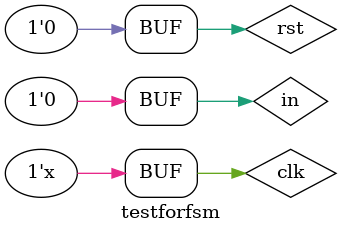
<source format=v>
`timescale 100ps/10ps
module testforfsm;
reg in,clk,rst;
wire out;

fsmmelay_10110 F1(in,out,clk,rst);

initial
begin
    clk=0;
    rst=1;
    in=0;
    
    #0.75 in=1;
    #1 in=0;
    #1.5 in=1;
    #3 in=1;
    #0.75 in=0;
end

initial
begin
#0.5 rst=0;
end

always #1 clk=~clk;

endmodule
</source>
